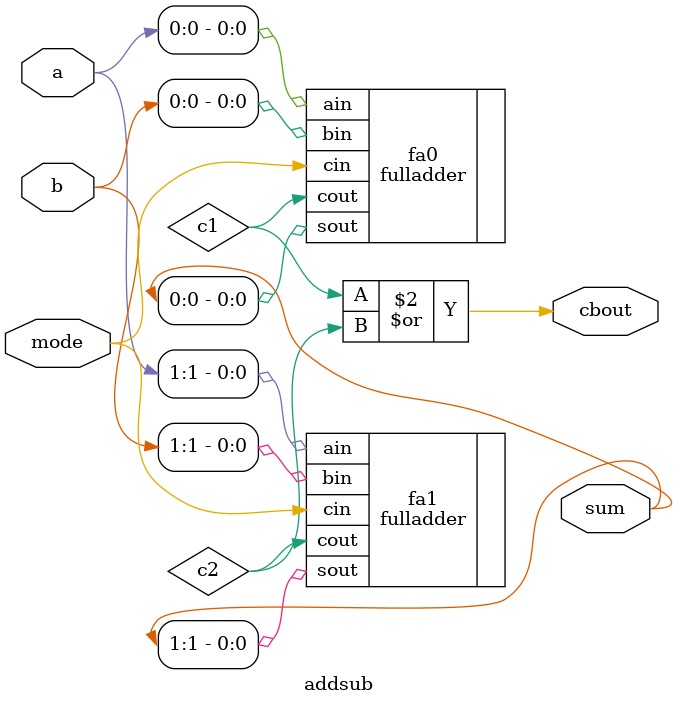
<source format=sv>
`timescale 1ns / 1ps


module addsub(
    input [1:0] a,
    input [1:0] b,
    output [1:0] sum,
    input mode,
    output cbout
    );
    
    wire c1, c2;
    wire [1:0] b_n;
    
    assign b_n = ~b;
    
    fulladder fa0(
    .ain(a[0]) , .bin(b[0]), .cin(mode),
    .cout(c1), .sout(sum[0])
    );
    
    fulladder fa1(
    .ain(a[1]) , .bin(b[1]), .cin(mode),
    .cout(c2), .sout(sum[1])
    );
    
    assign cbout = c1 | c2;
endmodule

</source>
